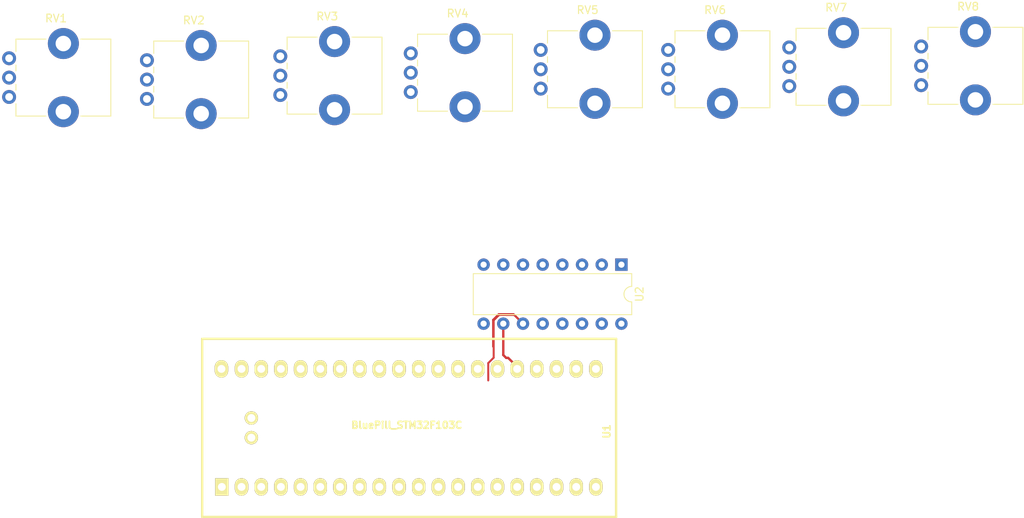
<source format=kicad_pcb>
(kicad_pcb (version 20171130) (host pcbnew 5.0.2+dfsg1-1~bpo9+1)

  (general
    (thickness 1.6)
    (drawings 0)
    (tracks 15)
    (zones 0)
    (modules 10)
    (nets 15)
  )

  (page A4)
  (layers
    (0 F.Cu signal)
    (31 B.Cu signal)
    (32 B.Adhes user)
    (33 F.Adhes user)
    (34 B.Paste user)
    (35 F.Paste user)
    (36 B.SilkS user)
    (37 F.SilkS user)
    (38 B.Mask user)
    (39 F.Mask user)
    (40 Dwgs.User user)
    (41 Cmts.User user)
    (42 Eco1.User user)
    (43 Eco2.User user)
    (44 Edge.Cuts user)
    (45 Margin user)
    (46 B.CrtYd user)
    (47 F.CrtYd user)
    (48 B.Fab user)
    (49 F.Fab user)
  )

  (setup
    (last_trace_width 0.25)
    (trace_clearance 0.2)
    (zone_clearance 0.508)
    (zone_45_only no)
    (trace_min 0.2)
    (segment_width 0.2)
    (edge_width 0.15)
    (via_size 0.8)
    (via_drill 0.4)
    (via_min_size 0.4)
    (via_min_drill 0.3)
    (uvia_size 0.3)
    (uvia_drill 0.1)
    (uvias_allowed no)
    (uvia_min_size 0.2)
    (uvia_min_drill 0.1)
    (pcb_text_width 0.3)
    (pcb_text_size 1.5 1.5)
    (mod_edge_width 0.15)
    (mod_text_size 1 1)
    (mod_text_width 0.15)
    (pad_size 1.524 1.524)
    (pad_drill 0.762)
    (pad_to_mask_clearance 0.051)
    (solder_mask_min_width 0.25)
    (aux_axis_origin 0 0)
    (visible_elements FFFFFF7F)
    (pcbplotparams
      (layerselection 0x010fc_ffffffff)
      (usegerberextensions false)
      (usegerberattributes false)
      (usegerberadvancedattributes false)
      (creategerberjobfile false)
      (excludeedgelayer true)
      (linewidth 0.100000)
      (plotframeref false)
      (viasonmask false)
      (mode 1)
      (useauxorigin false)
      (hpglpennumber 1)
      (hpglpenspeed 20)
      (hpglpendiameter 15.000000)
      (psnegative false)
      (psa4output false)
      (plotreference true)
      (plotvalue true)
      (plotinvisibletext false)
      (padsonsilk false)
      (subtractmaskfromsilk false)
      (outputformat 1)
      (mirror false)
      (drillshape 1)
      (scaleselection 1)
      (outputdirectory ""))
  )

  (net 0 "")
  (net 1 "Net-(RV1-Pad3)")
  (net 2 "Net-(U1-Pad22)")
  (net 3 "Net-(U1-Pad23)")
  (net 4 "Net-(U1-Pad24)")
  (net 5 "Net-(U1-Pad25)")
  (net 6 "Net-(RV1-Pad1)")
  (net 7 "Net-(RV1-Pad2)")
  (net 8 "Net-(RV2-Pad2)")
  (net 9 "Net-(RV3-Pad2)")
  (net 10 "Net-(RV4-Pad2)")
  (net 11 "Net-(RV5-Pad2)")
  (net 12 "Net-(RV6-Pad2)")
  (net 13 "Net-(RV7-Pad2)")
  (net 14 "Net-(RV8-Pad2)")

  (net_class Default "Ceci est la Netclass par défaut."
    (clearance 0.2)
    (trace_width 0.25)
    (via_dia 0.8)
    (via_drill 0.4)
    (uvia_dia 0.3)
    (uvia_drill 0.1)
    (add_net "Net-(RV1-Pad1)")
    (add_net "Net-(RV1-Pad2)")
    (add_net "Net-(RV1-Pad3)")
    (add_net "Net-(RV2-Pad2)")
    (add_net "Net-(RV3-Pad2)")
    (add_net "Net-(RV4-Pad2)")
    (add_net "Net-(RV5-Pad2)")
    (add_net "Net-(RV6-Pad2)")
    (add_net "Net-(RV7-Pad2)")
    (add_net "Net-(RV8-Pad2)")
    (add_net "Net-(U1-Pad22)")
    (add_net "Net-(U1-Pad23)")
    (add_net "Net-(U1-Pad24)")
    (add_net "Net-(U1-Pad25)")
  )

  (module Potentiometer_THT:Potentiometer_Bourns_PTV09A-1_Single_Vertical (layer F.Cu) (tedit 5A3D4993) (tstamp 5D0AB9E1)
    (at 44.1325 126.365)
    (descr "Potentiometer, vertical, Bourns PTV09A-1 Single, http://www.bourns.com/docs/Product-Datasheets/ptv09.pdf")
    (tags "Potentiometer vertical Bourns PTV09A-1 Single")
    (path /5CFE60D7)
    (fp_text reference RV1 (at 6.05 -10.15) (layer F.SilkS)
      (effects (font (size 1 1) (thickness 0.15)))
    )
    (fp_text value R_POT (at 6.05 5.15) (layer F.Fab)
      (effects (font (size 1 1) (thickness 0.15)))
    )
    (fp_circle (center 7.5 -2.5) (end 10.5 -2.5) (layer F.Fab) (width 0.1))
    (fp_line (start 1 -7.35) (end 1 2.35) (layer F.Fab) (width 0.1))
    (fp_line (start 1 2.35) (end 13 2.35) (layer F.Fab) (width 0.1))
    (fp_line (start 13 2.35) (end 13 -7.35) (layer F.Fab) (width 0.1))
    (fp_line (start 13 -7.35) (end 1 -7.35) (layer F.Fab) (width 0.1))
    (fp_line (start 0.88 -7.47) (end 4.745 -7.47) (layer F.SilkS) (width 0.12))
    (fp_line (start 9.255 -7.47) (end 13.12 -7.47) (layer F.SilkS) (width 0.12))
    (fp_line (start 0.88 2.47) (end 4.745 2.47) (layer F.SilkS) (width 0.12))
    (fp_line (start 9.255 2.47) (end 13.12 2.47) (layer F.SilkS) (width 0.12))
    (fp_line (start 0.88 -7.47) (end 0.88 -5.871) (layer F.SilkS) (width 0.12))
    (fp_line (start 0.88 -4.129) (end 0.88 -3.37) (layer F.SilkS) (width 0.12))
    (fp_line (start 0.88 -1.629) (end 0.88 -0.87) (layer F.SilkS) (width 0.12))
    (fp_line (start 0.88 0.87) (end 0.88 2.47) (layer F.SilkS) (width 0.12))
    (fp_line (start 13.12 -7.47) (end 13.12 2.47) (layer F.SilkS) (width 0.12))
    (fp_line (start -1.15 -9.15) (end -1.15 4.15) (layer F.CrtYd) (width 0.05))
    (fp_line (start -1.15 4.15) (end 13.25 4.15) (layer F.CrtYd) (width 0.05))
    (fp_line (start 13.25 4.15) (end 13.25 -9.15) (layer F.CrtYd) (width 0.05))
    (fp_line (start 13.25 -9.15) (end -1.15 -9.15) (layer F.CrtYd) (width 0.05))
    (fp_text user %R (at 2 -2.5 90) (layer F.Fab)
      (effects (font (size 1 1) (thickness 0.15)))
    )
    (pad 3 thru_hole circle (at 0 -5) (size 1.8 1.8) (drill 1) (layers *.Cu *.Mask)
      (net 1 "Net-(RV1-Pad3)"))
    (pad 2 thru_hole circle (at 0 -2.5) (size 1.8 1.8) (drill 1) (layers *.Cu *.Mask)
      (net 7 "Net-(RV1-Pad2)"))
    (pad 1 thru_hole circle (at 0 0) (size 1.8 1.8) (drill 1) (layers *.Cu *.Mask)
      (net 6 "Net-(RV1-Pad1)"))
    (pad "" np_thru_hole circle (at 7 -6.9) (size 4 4) (drill 2) (layers *.Cu *.Mask))
    (pad "" np_thru_hole circle (at 7 1.9) (size 4 4) (drill 2) (layers *.Cu *.Mask))
    (model ${KISYS3DMOD}/Potentiometer_THT.3dshapes/Potentiometer_Bourns_PTV09A-1_Single_Vertical.wrl
      (at (xyz 0 0 0))
      (scale (xyz 1 1 1))
      (rotate (xyz 0 0 0))
    )
  )

  (module Potentiometer_THT:Potentiometer_Bourns_PTV09A-1_Single_Vertical (layer F.Cu) (tedit 5A3D4993) (tstamp 5D0AB9FD)
    (at 61.9125 126.619)
    (descr "Potentiometer, vertical, Bourns PTV09A-1 Single, http://www.bourns.com/docs/Product-Datasheets/ptv09.pdf")
    (tags "Potentiometer vertical Bourns PTV09A-1 Single")
    (path /5CFE6174)
    (fp_text reference RV2 (at 6.05 -10.15) (layer F.SilkS)
      (effects (font (size 1 1) (thickness 0.15)))
    )
    (fp_text value R_POT (at 6.05 5.15) (layer F.Fab)
      (effects (font (size 1 1) (thickness 0.15)))
    )
    (fp_text user %R (at 2 -2.5 90) (layer F.Fab)
      (effects (font (size 1 1) (thickness 0.15)))
    )
    (fp_line (start 13.25 -9.15) (end -1.15 -9.15) (layer F.CrtYd) (width 0.05))
    (fp_line (start 13.25 4.15) (end 13.25 -9.15) (layer F.CrtYd) (width 0.05))
    (fp_line (start -1.15 4.15) (end 13.25 4.15) (layer F.CrtYd) (width 0.05))
    (fp_line (start -1.15 -9.15) (end -1.15 4.15) (layer F.CrtYd) (width 0.05))
    (fp_line (start 13.12 -7.47) (end 13.12 2.47) (layer F.SilkS) (width 0.12))
    (fp_line (start 0.88 0.87) (end 0.88 2.47) (layer F.SilkS) (width 0.12))
    (fp_line (start 0.88 -1.629) (end 0.88 -0.87) (layer F.SilkS) (width 0.12))
    (fp_line (start 0.88 -4.129) (end 0.88 -3.37) (layer F.SilkS) (width 0.12))
    (fp_line (start 0.88 -7.47) (end 0.88 -5.871) (layer F.SilkS) (width 0.12))
    (fp_line (start 9.255 2.47) (end 13.12 2.47) (layer F.SilkS) (width 0.12))
    (fp_line (start 0.88 2.47) (end 4.745 2.47) (layer F.SilkS) (width 0.12))
    (fp_line (start 9.255 -7.47) (end 13.12 -7.47) (layer F.SilkS) (width 0.12))
    (fp_line (start 0.88 -7.47) (end 4.745 -7.47) (layer F.SilkS) (width 0.12))
    (fp_line (start 13 -7.35) (end 1 -7.35) (layer F.Fab) (width 0.1))
    (fp_line (start 13 2.35) (end 13 -7.35) (layer F.Fab) (width 0.1))
    (fp_line (start 1 2.35) (end 13 2.35) (layer F.Fab) (width 0.1))
    (fp_line (start 1 -7.35) (end 1 2.35) (layer F.Fab) (width 0.1))
    (fp_circle (center 7.5 -2.5) (end 10.5 -2.5) (layer F.Fab) (width 0.1))
    (pad "" np_thru_hole circle (at 7 1.9) (size 4 4) (drill 2) (layers *.Cu *.Mask))
    (pad "" np_thru_hole circle (at 7 -6.9) (size 4 4) (drill 2) (layers *.Cu *.Mask))
    (pad 1 thru_hole circle (at 0 0) (size 1.8 1.8) (drill 1) (layers *.Cu *.Mask)
      (net 6 "Net-(RV1-Pad1)"))
    (pad 2 thru_hole circle (at 0 -2.5) (size 1.8 1.8) (drill 1) (layers *.Cu *.Mask)
      (net 8 "Net-(RV2-Pad2)"))
    (pad 3 thru_hole circle (at 0 -5) (size 1.8 1.8) (drill 1) (layers *.Cu *.Mask)
      (net 1 "Net-(RV1-Pad3)"))
    (model ${KISYS3DMOD}/Potentiometer_THT.3dshapes/Potentiometer_Bourns_PTV09A-1_Single_Vertical.wrl
      (at (xyz 0 0 0))
      (scale (xyz 1 1 1))
      (rotate (xyz 0 0 0))
    )
  )

  (module Potentiometer_THT:Potentiometer_Bourns_PTV09A-1_Single_Vertical (layer F.Cu) (tedit 5A3D4993) (tstamp 5D0ABA19)
    (at 79.121 126.111)
    (descr "Potentiometer, vertical, Bourns PTV09A-1 Single, http://www.bourns.com/docs/Product-Datasheets/ptv09.pdf")
    (tags "Potentiometer vertical Bourns PTV09A-1 Single")
    (path /5CFE61D2)
    (fp_text reference RV3 (at 6.05 -10.15) (layer F.SilkS)
      (effects (font (size 1 1) (thickness 0.15)))
    )
    (fp_text value R_POT (at 6.05 5.15) (layer F.Fab)
      (effects (font (size 1 1) (thickness 0.15)))
    )
    (fp_circle (center 7.5 -2.5) (end 10.5 -2.5) (layer F.Fab) (width 0.1))
    (fp_line (start 1 -7.35) (end 1 2.35) (layer F.Fab) (width 0.1))
    (fp_line (start 1 2.35) (end 13 2.35) (layer F.Fab) (width 0.1))
    (fp_line (start 13 2.35) (end 13 -7.35) (layer F.Fab) (width 0.1))
    (fp_line (start 13 -7.35) (end 1 -7.35) (layer F.Fab) (width 0.1))
    (fp_line (start 0.88 -7.47) (end 4.745 -7.47) (layer F.SilkS) (width 0.12))
    (fp_line (start 9.255 -7.47) (end 13.12 -7.47) (layer F.SilkS) (width 0.12))
    (fp_line (start 0.88 2.47) (end 4.745 2.47) (layer F.SilkS) (width 0.12))
    (fp_line (start 9.255 2.47) (end 13.12 2.47) (layer F.SilkS) (width 0.12))
    (fp_line (start 0.88 -7.47) (end 0.88 -5.871) (layer F.SilkS) (width 0.12))
    (fp_line (start 0.88 -4.129) (end 0.88 -3.37) (layer F.SilkS) (width 0.12))
    (fp_line (start 0.88 -1.629) (end 0.88 -0.87) (layer F.SilkS) (width 0.12))
    (fp_line (start 0.88 0.87) (end 0.88 2.47) (layer F.SilkS) (width 0.12))
    (fp_line (start 13.12 -7.47) (end 13.12 2.47) (layer F.SilkS) (width 0.12))
    (fp_line (start -1.15 -9.15) (end -1.15 4.15) (layer F.CrtYd) (width 0.05))
    (fp_line (start -1.15 4.15) (end 13.25 4.15) (layer F.CrtYd) (width 0.05))
    (fp_line (start 13.25 4.15) (end 13.25 -9.15) (layer F.CrtYd) (width 0.05))
    (fp_line (start 13.25 -9.15) (end -1.15 -9.15) (layer F.CrtYd) (width 0.05))
    (fp_text user %R (at 2 -2.5 90) (layer F.Fab)
      (effects (font (size 1 1) (thickness 0.15)))
    )
    (pad 3 thru_hole circle (at 0 -5) (size 1.8 1.8) (drill 1) (layers *.Cu *.Mask)
      (net 1 "Net-(RV1-Pad3)"))
    (pad 2 thru_hole circle (at 0 -2.5) (size 1.8 1.8) (drill 1) (layers *.Cu *.Mask)
      (net 9 "Net-(RV3-Pad2)"))
    (pad 1 thru_hole circle (at 0 0) (size 1.8 1.8) (drill 1) (layers *.Cu *.Mask)
      (net 6 "Net-(RV1-Pad1)"))
    (pad "" np_thru_hole circle (at 7 -6.9) (size 4 4) (drill 2) (layers *.Cu *.Mask))
    (pad "" np_thru_hole circle (at 7 1.9) (size 4 4) (drill 2) (layers *.Cu *.Mask))
    (model ${KISYS3DMOD}/Potentiometer_THT.3dshapes/Potentiometer_Bourns_PTV09A-1_Single_Vertical.wrl
      (at (xyz 0 0 0))
      (scale (xyz 1 1 1))
      (rotate (xyz 0 0 0))
    )
  )

  (module Potentiometer_THT:Potentiometer_Bourns_PTV09A-1_Single_Vertical (layer F.Cu) (tedit 5A3D4993) (tstamp 5D0ABA35)
    (at 95.9485 125.73)
    (descr "Potentiometer, vertical, Bourns PTV09A-1 Single, http://www.bourns.com/docs/Product-Datasheets/ptv09.pdf")
    (tags "Potentiometer vertical Bourns PTV09A-1 Single")
    (path /5CFE620B)
    (fp_text reference RV4 (at 6.05 -10.15) (layer F.SilkS)
      (effects (font (size 1 1) (thickness 0.15)))
    )
    (fp_text value R_POT (at 6.05 5.15) (layer F.Fab)
      (effects (font (size 1 1) (thickness 0.15)))
    )
    (fp_text user %R (at 2 -2.5 90) (layer F.Fab)
      (effects (font (size 1 1) (thickness 0.15)))
    )
    (fp_line (start 13.25 -9.15) (end -1.15 -9.15) (layer F.CrtYd) (width 0.05))
    (fp_line (start 13.25 4.15) (end 13.25 -9.15) (layer F.CrtYd) (width 0.05))
    (fp_line (start -1.15 4.15) (end 13.25 4.15) (layer F.CrtYd) (width 0.05))
    (fp_line (start -1.15 -9.15) (end -1.15 4.15) (layer F.CrtYd) (width 0.05))
    (fp_line (start 13.12 -7.47) (end 13.12 2.47) (layer F.SilkS) (width 0.12))
    (fp_line (start 0.88 0.87) (end 0.88 2.47) (layer F.SilkS) (width 0.12))
    (fp_line (start 0.88 -1.629) (end 0.88 -0.87) (layer F.SilkS) (width 0.12))
    (fp_line (start 0.88 -4.129) (end 0.88 -3.37) (layer F.SilkS) (width 0.12))
    (fp_line (start 0.88 -7.47) (end 0.88 -5.871) (layer F.SilkS) (width 0.12))
    (fp_line (start 9.255 2.47) (end 13.12 2.47) (layer F.SilkS) (width 0.12))
    (fp_line (start 0.88 2.47) (end 4.745 2.47) (layer F.SilkS) (width 0.12))
    (fp_line (start 9.255 -7.47) (end 13.12 -7.47) (layer F.SilkS) (width 0.12))
    (fp_line (start 0.88 -7.47) (end 4.745 -7.47) (layer F.SilkS) (width 0.12))
    (fp_line (start 13 -7.35) (end 1 -7.35) (layer F.Fab) (width 0.1))
    (fp_line (start 13 2.35) (end 13 -7.35) (layer F.Fab) (width 0.1))
    (fp_line (start 1 2.35) (end 13 2.35) (layer F.Fab) (width 0.1))
    (fp_line (start 1 -7.35) (end 1 2.35) (layer F.Fab) (width 0.1))
    (fp_circle (center 7.5 -2.5) (end 10.5 -2.5) (layer F.Fab) (width 0.1))
    (pad "" np_thru_hole circle (at 7 1.9) (size 4 4) (drill 2) (layers *.Cu *.Mask))
    (pad "" np_thru_hole circle (at 7 -6.9) (size 4 4) (drill 2) (layers *.Cu *.Mask))
    (pad 1 thru_hole circle (at 0 0) (size 1.8 1.8) (drill 1) (layers *.Cu *.Mask)
      (net 6 "Net-(RV1-Pad1)"))
    (pad 2 thru_hole circle (at 0 -2.5) (size 1.8 1.8) (drill 1) (layers *.Cu *.Mask)
      (net 10 "Net-(RV4-Pad2)"))
    (pad 3 thru_hole circle (at 0 -5) (size 1.8 1.8) (drill 1) (layers *.Cu *.Mask)
      (net 1 "Net-(RV1-Pad3)"))
    (model ${KISYS3DMOD}/Potentiometer_THT.3dshapes/Potentiometer_Bourns_PTV09A-1_Single_Vertical.wrl
      (at (xyz 0 0 0))
      (scale (xyz 1 1 1))
      (rotate (xyz 0 0 0))
    )
  )

  (module Potentiometer_THT:Potentiometer_Bourns_PTV09A-1_Single_Vertical (layer F.Cu) (tedit 5A3D4993) (tstamp 5D0ABA51)
    (at 112.712 125.286)
    (descr "Potentiometer, vertical, Bourns PTV09A-1 Single, http://www.bourns.com/docs/Product-Datasheets/ptv09.pdf")
    (tags "Potentiometer vertical Bourns PTV09A-1 Single")
    (path /5CFE6247)
    (fp_text reference RV5 (at 6.05 -10.15) (layer F.SilkS)
      (effects (font (size 1 1) (thickness 0.15)))
    )
    (fp_text value R_POT (at 6.05 5.15) (layer F.Fab)
      (effects (font (size 1 1) (thickness 0.15)))
    )
    (fp_circle (center 7.5 -2.5) (end 10.5 -2.5) (layer F.Fab) (width 0.1))
    (fp_line (start 1 -7.35) (end 1 2.35) (layer F.Fab) (width 0.1))
    (fp_line (start 1 2.35) (end 13 2.35) (layer F.Fab) (width 0.1))
    (fp_line (start 13 2.35) (end 13 -7.35) (layer F.Fab) (width 0.1))
    (fp_line (start 13 -7.35) (end 1 -7.35) (layer F.Fab) (width 0.1))
    (fp_line (start 0.88 -7.47) (end 4.745 -7.47) (layer F.SilkS) (width 0.12))
    (fp_line (start 9.255 -7.47) (end 13.12 -7.47) (layer F.SilkS) (width 0.12))
    (fp_line (start 0.88 2.47) (end 4.745 2.47) (layer F.SilkS) (width 0.12))
    (fp_line (start 9.255 2.47) (end 13.12 2.47) (layer F.SilkS) (width 0.12))
    (fp_line (start 0.88 -7.47) (end 0.88 -5.871) (layer F.SilkS) (width 0.12))
    (fp_line (start 0.88 -4.129) (end 0.88 -3.37) (layer F.SilkS) (width 0.12))
    (fp_line (start 0.88 -1.629) (end 0.88 -0.87) (layer F.SilkS) (width 0.12))
    (fp_line (start 0.88 0.87) (end 0.88 2.47) (layer F.SilkS) (width 0.12))
    (fp_line (start 13.12 -7.47) (end 13.12 2.47) (layer F.SilkS) (width 0.12))
    (fp_line (start -1.15 -9.15) (end -1.15 4.15) (layer F.CrtYd) (width 0.05))
    (fp_line (start -1.15 4.15) (end 13.25 4.15) (layer F.CrtYd) (width 0.05))
    (fp_line (start 13.25 4.15) (end 13.25 -9.15) (layer F.CrtYd) (width 0.05))
    (fp_line (start 13.25 -9.15) (end -1.15 -9.15) (layer F.CrtYd) (width 0.05))
    (fp_text user %R (at 2 -2.5 90) (layer F.Fab)
      (effects (font (size 1 1) (thickness 0.15)))
    )
    (pad 3 thru_hole circle (at 0 -5) (size 1.8 1.8) (drill 1) (layers *.Cu *.Mask)
      (net 1 "Net-(RV1-Pad3)"))
    (pad 2 thru_hole circle (at 0 -2.5) (size 1.8 1.8) (drill 1) (layers *.Cu *.Mask)
      (net 11 "Net-(RV5-Pad2)"))
    (pad 1 thru_hole circle (at 0 0) (size 1.8 1.8) (drill 1) (layers *.Cu *.Mask)
      (net 6 "Net-(RV1-Pad1)"))
    (pad "" np_thru_hole circle (at 7 -6.9) (size 4 4) (drill 2) (layers *.Cu *.Mask))
    (pad "" np_thru_hole circle (at 7 1.9) (size 4 4) (drill 2) (layers *.Cu *.Mask))
    (model ${KISYS3DMOD}/Potentiometer_THT.3dshapes/Potentiometer_Bourns_PTV09A-1_Single_Vertical.wrl
      (at (xyz 0 0 0))
      (scale (xyz 1 1 1))
      (rotate (xyz 0 0 0))
    )
  )

  (module Potentiometer_THT:Potentiometer_Bourns_PTV09A-1_Single_Vertical (layer F.Cu) (tedit 5A3D4993) (tstamp 5D0ABA6D)
    (at 129.159 125.286)
    (descr "Potentiometer, vertical, Bourns PTV09A-1 Single, http://www.bourns.com/docs/Product-Datasheets/ptv09.pdf")
    (tags "Potentiometer vertical Bourns PTV09A-1 Single")
    (path /5CFE6288)
    (fp_text reference RV6 (at 6.05 -10.15) (layer F.SilkS)
      (effects (font (size 1 1) (thickness 0.15)))
    )
    (fp_text value R_POT (at 6.05 5.15) (layer F.Fab)
      (effects (font (size 1 1) (thickness 0.15)))
    )
    (fp_text user %R (at 2 -2.5 90) (layer F.Fab)
      (effects (font (size 1 1) (thickness 0.15)))
    )
    (fp_line (start 13.25 -9.15) (end -1.15 -9.15) (layer F.CrtYd) (width 0.05))
    (fp_line (start 13.25 4.15) (end 13.25 -9.15) (layer F.CrtYd) (width 0.05))
    (fp_line (start -1.15 4.15) (end 13.25 4.15) (layer F.CrtYd) (width 0.05))
    (fp_line (start -1.15 -9.15) (end -1.15 4.15) (layer F.CrtYd) (width 0.05))
    (fp_line (start 13.12 -7.47) (end 13.12 2.47) (layer F.SilkS) (width 0.12))
    (fp_line (start 0.88 0.87) (end 0.88 2.47) (layer F.SilkS) (width 0.12))
    (fp_line (start 0.88 -1.629) (end 0.88 -0.87) (layer F.SilkS) (width 0.12))
    (fp_line (start 0.88 -4.129) (end 0.88 -3.37) (layer F.SilkS) (width 0.12))
    (fp_line (start 0.88 -7.47) (end 0.88 -5.871) (layer F.SilkS) (width 0.12))
    (fp_line (start 9.255 2.47) (end 13.12 2.47) (layer F.SilkS) (width 0.12))
    (fp_line (start 0.88 2.47) (end 4.745 2.47) (layer F.SilkS) (width 0.12))
    (fp_line (start 9.255 -7.47) (end 13.12 -7.47) (layer F.SilkS) (width 0.12))
    (fp_line (start 0.88 -7.47) (end 4.745 -7.47) (layer F.SilkS) (width 0.12))
    (fp_line (start 13 -7.35) (end 1 -7.35) (layer F.Fab) (width 0.1))
    (fp_line (start 13 2.35) (end 13 -7.35) (layer F.Fab) (width 0.1))
    (fp_line (start 1 2.35) (end 13 2.35) (layer F.Fab) (width 0.1))
    (fp_line (start 1 -7.35) (end 1 2.35) (layer F.Fab) (width 0.1))
    (fp_circle (center 7.5 -2.5) (end 10.5 -2.5) (layer F.Fab) (width 0.1))
    (pad "" np_thru_hole circle (at 7 1.9) (size 4 4) (drill 2) (layers *.Cu *.Mask))
    (pad "" np_thru_hole circle (at 7 -6.9) (size 4 4) (drill 2) (layers *.Cu *.Mask))
    (pad 1 thru_hole circle (at 0 0) (size 1.8 1.8) (drill 1) (layers *.Cu *.Mask)
      (net 6 "Net-(RV1-Pad1)"))
    (pad 2 thru_hole circle (at 0 -2.5) (size 1.8 1.8) (drill 1) (layers *.Cu *.Mask)
      (net 12 "Net-(RV6-Pad2)"))
    (pad 3 thru_hole circle (at 0 -5) (size 1.8 1.8) (drill 1) (layers *.Cu *.Mask)
      (net 1 "Net-(RV1-Pad3)"))
    (model ${KISYS3DMOD}/Potentiometer_THT.3dshapes/Potentiometer_Bourns_PTV09A-1_Single_Vertical.wrl
      (at (xyz 0 0 0))
      (scale (xyz 1 1 1))
      (rotate (xyz 0 0 0))
    )
  )

  (module Potentiometer_THT:Potentiometer_Bourns_PTV09A-1_Single_Vertical (layer F.Cu) (tedit 5A3D4993) (tstamp 5D0ABA89)
    (at 144.78 124.968)
    (descr "Potentiometer, vertical, Bourns PTV09A-1 Single, http://www.bourns.com/docs/Product-Datasheets/ptv09.pdf")
    (tags "Potentiometer vertical Bourns PTV09A-1 Single")
    (path /5CFE62CA)
    (fp_text reference RV7 (at 6.05 -10.15) (layer F.SilkS)
      (effects (font (size 1 1) (thickness 0.15)))
    )
    (fp_text value R_POT (at 6.05 5.15) (layer F.Fab)
      (effects (font (size 1 1) (thickness 0.15)))
    )
    (fp_circle (center 7.5 -2.5) (end 10.5 -2.5) (layer F.Fab) (width 0.1))
    (fp_line (start 1 -7.35) (end 1 2.35) (layer F.Fab) (width 0.1))
    (fp_line (start 1 2.35) (end 13 2.35) (layer F.Fab) (width 0.1))
    (fp_line (start 13 2.35) (end 13 -7.35) (layer F.Fab) (width 0.1))
    (fp_line (start 13 -7.35) (end 1 -7.35) (layer F.Fab) (width 0.1))
    (fp_line (start 0.88 -7.47) (end 4.745 -7.47) (layer F.SilkS) (width 0.12))
    (fp_line (start 9.255 -7.47) (end 13.12 -7.47) (layer F.SilkS) (width 0.12))
    (fp_line (start 0.88 2.47) (end 4.745 2.47) (layer F.SilkS) (width 0.12))
    (fp_line (start 9.255 2.47) (end 13.12 2.47) (layer F.SilkS) (width 0.12))
    (fp_line (start 0.88 -7.47) (end 0.88 -5.871) (layer F.SilkS) (width 0.12))
    (fp_line (start 0.88 -4.129) (end 0.88 -3.37) (layer F.SilkS) (width 0.12))
    (fp_line (start 0.88 -1.629) (end 0.88 -0.87) (layer F.SilkS) (width 0.12))
    (fp_line (start 0.88 0.87) (end 0.88 2.47) (layer F.SilkS) (width 0.12))
    (fp_line (start 13.12 -7.47) (end 13.12 2.47) (layer F.SilkS) (width 0.12))
    (fp_line (start -1.15 -9.15) (end -1.15 4.15) (layer F.CrtYd) (width 0.05))
    (fp_line (start -1.15 4.15) (end 13.25 4.15) (layer F.CrtYd) (width 0.05))
    (fp_line (start 13.25 4.15) (end 13.25 -9.15) (layer F.CrtYd) (width 0.05))
    (fp_line (start 13.25 -9.15) (end -1.15 -9.15) (layer F.CrtYd) (width 0.05))
    (fp_text user %R (at 2 -2.5 90) (layer F.Fab)
      (effects (font (size 1 1) (thickness 0.15)))
    )
    (pad 3 thru_hole circle (at 0 -5) (size 1.8 1.8) (drill 1) (layers *.Cu *.Mask)
      (net 1 "Net-(RV1-Pad3)"))
    (pad 2 thru_hole circle (at 0 -2.5) (size 1.8 1.8) (drill 1) (layers *.Cu *.Mask)
      (net 13 "Net-(RV7-Pad2)"))
    (pad 1 thru_hole circle (at 0 0) (size 1.8 1.8) (drill 1) (layers *.Cu *.Mask)
      (net 6 "Net-(RV1-Pad1)"))
    (pad "" np_thru_hole circle (at 7 -6.9) (size 4 4) (drill 2) (layers *.Cu *.Mask))
    (pad "" np_thru_hole circle (at 7 1.9) (size 4 4) (drill 2) (layers *.Cu *.Mask))
    (model ${KISYS3DMOD}/Potentiometer_THT.3dshapes/Potentiometer_Bourns_PTV09A-1_Single_Vertical.wrl
      (at (xyz 0 0 0))
      (scale (xyz 1 1 1))
      (rotate (xyz 0 0 0))
    )
  )

  (module Potentiometer_THT:Potentiometer_Bourns_PTV09A-1_Single_Vertical (layer F.Cu) (tedit 5A3D4993) (tstamp 5D0ABAA5)
    (at 161.798 124.841)
    (descr "Potentiometer, vertical, Bourns PTV09A-1 Single, http://www.bourns.com/docs/Product-Datasheets/ptv09.pdf")
    (tags "Potentiometer vertical Bourns PTV09A-1 Single")
    (path /5CFE630D)
    (fp_text reference RV8 (at 6.05 -10.15) (layer F.SilkS)
      (effects (font (size 1 1) (thickness 0.15)))
    )
    (fp_text value R_POT (at 6.05 5.15) (layer F.Fab)
      (effects (font (size 1 1) (thickness 0.15)))
    )
    (fp_text user %R (at 2 -2.5 90) (layer F.Fab)
      (effects (font (size 1 1) (thickness 0.15)))
    )
    (fp_line (start 13.25 -9.15) (end -1.15 -9.15) (layer F.CrtYd) (width 0.05))
    (fp_line (start 13.25 4.15) (end 13.25 -9.15) (layer F.CrtYd) (width 0.05))
    (fp_line (start -1.15 4.15) (end 13.25 4.15) (layer F.CrtYd) (width 0.05))
    (fp_line (start -1.15 -9.15) (end -1.15 4.15) (layer F.CrtYd) (width 0.05))
    (fp_line (start 13.12 -7.47) (end 13.12 2.47) (layer F.SilkS) (width 0.12))
    (fp_line (start 0.88 0.87) (end 0.88 2.47) (layer F.SilkS) (width 0.12))
    (fp_line (start 0.88 -1.629) (end 0.88 -0.87) (layer F.SilkS) (width 0.12))
    (fp_line (start 0.88 -4.129) (end 0.88 -3.37) (layer F.SilkS) (width 0.12))
    (fp_line (start 0.88 -7.47) (end 0.88 -5.871) (layer F.SilkS) (width 0.12))
    (fp_line (start 9.255 2.47) (end 13.12 2.47) (layer F.SilkS) (width 0.12))
    (fp_line (start 0.88 2.47) (end 4.745 2.47) (layer F.SilkS) (width 0.12))
    (fp_line (start 9.255 -7.47) (end 13.12 -7.47) (layer F.SilkS) (width 0.12))
    (fp_line (start 0.88 -7.47) (end 4.745 -7.47) (layer F.SilkS) (width 0.12))
    (fp_line (start 13 -7.35) (end 1 -7.35) (layer F.Fab) (width 0.1))
    (fp_line (start 13 2.35) (end 13 -7.35) (layer F.Fab) (width 0.1))
    (fp_line (start 1 2.35) (end 13 2.35) (layer F.Fab) (width 0.1))
    (fp_line (start 1 -7.35) (end 1 2.35) (layer F.Fab) (width 0.1))
    (fp_circle (center 7.5 -2.5) (end 10.5 -2.5) (layer F.Fab) (width 0.1))
    (pad "" np_thru_hole circle (at 7 1.9) (size 4 4) (drill 2) (layers *.Cu *.Mask))
    (pad "" np_thru_hole circle (at 7 -6.9) (size 4 4) (drill 2) (layers *.Cu *.Mask))
    (pad 1 thru_hole circle (at 0 0) (size 1.8 1.8) (drill 1) (layers *.Cu *.Mask)
      (net 6 "Net-(RV1-Pad1)"))
    (pad 2 thru_hole circle (at 0 -2.5) (size 1.8 1.8) (drill 1) (layers *.Cu *.Mask)
      (net 14 "Net-(RV8-Pad2)"))
    (pad 3 thru_hole circle (at 0 -5) (size 1.8 1.8) (drill 1) (layers *.Cu *.Mask)
      (net 1 "Net-(RV1-Pad3)"))
    (model ${KISYS3DMOD}/Potentiometer_THT.3dshapes/Potentiometer_Bourns_PTV09A-1_Single_Vertical.wrl
      (at (xyz 0 0 0))
      (scale (xyz 1 1 1))
      (rotate (xyz 0 0 0))
    )
  )

  (module BluePill_breakouts:BluePill_STM32F103C (layer F.Cu) (tedit 59B4EF3F) (tstamp 5D0ABAD7)
    (at 71.628 176.72 90)
    (descr "STM32F103C8 BluePill board")
    (path /5CFE5556)
    (fp_text reference U1 (at 7.1628 49.6062 270) (layer F.SilkS)
      (effects (font (size 0.889 0.889) (thickness 0.3048)))
    )
    (fp_text value BluePill_STM32F103C (at 7.9756 23.7998 180) (layer F.SilkS)
      (effects (font (size 0.889 0.889) (thickness 0.22225)))
    )
    (fp_line (start 19.12 -2.59) (end 19.12 50.81) (layer F.SilkS) (width 0.3048))
    (fp_line (start 19.12 50.81) (end -3.88 50.81) (layer F.SilkS) (width 0.3048))
    (fp_line (start -3.88 50.81) (end -3.88 -2.59) (layer F.SilkS) (width 0.3048))
    (fp_line (start -3.88 -2.59) (end 19.12 -2.59) (layer F.SilkS) (width 0.3048))
    (pad 1 thru_hole rect (at 0 -0.0508) (size 1.7272 2.25) (drill 1.016) (layers *.Cu *.Mask F.SilkS))
    (pad 2 thru_hole oval (at 0 2.4892) (size 1.7272 2.25) (drill 1.016) (layers *.Cu *.Mask F.SilkS))
    (pad 3 thru_hole oval (at 0 5.0292) (size 1.7272 2.25) (drill 1.016) (layers *.Cu *.Mask F.SilkS))
    (pad 4 thru_hole oval (at 0 7.5692) (size 1.7272 2.25) (drill 1.016) (layers *.Cu *.Mask F.SilkS))
    (pad 5 thru_hole oval (at 0 10.1092) (size 1.7272 2.25) (drill 1.016) (layers *.Cu *.Mask F.SilkS))
    (pad 6 thru_hole oval (at 0 12.6492) (size 1.7272 2.25) (drill 1.016) (layers *.Cu *.Mask F.SilkS))
    (pad 7 thru_hole oval (at 0 15.1892) (size 1.7272 2.25) (drill 1.016) (layers *.Cu *.Mask F.SilkS))
    (pad 8 thru_hole oval (at 0 17.7292) (size 1.7272 2.25) (drill 1.016) (layers *.Cu *.Mask F.SilkS))
    (pad 9 thru_hole oval (at 0 20.2692) (size 1.7272 2.25) (drill 1.016) (layers *.Cu *.Mask F.SilkS))
    (pad 10 thru_hole oval (at 0 22.8092) (size 1.7272 2.25) (drill 1.016) (layers *.Cu *.Mask F.SilkS))
    (pad 11 thru_hole oval (at 0 25.3492) (size 1.7272 2.25) (drill 1.016) (layers *.Cu *.Mask F.SilkS))
    (pad 12 thru_hole oval (at 0 27.8892) (size 1.7272 2.25) (drill 1.016) (layers *.Cu *.Mask F.SilkS))
    (pad 13 thru_hole oval (at 0 30.4292) (size 1.7272 2.25) (drill 1.016) (layers *.Cu *.Mask F.SilkS))
    (pad 14 thru_hole oval (at 0 32.9692) (size 1.7272 2.25) (drill 1.016) (layers *.Cu *.Mask F.SilkS))
    (pad 15 thru_hole oval (at 0 35.5092) (size 1.7272 2.25) (drill 1.016) (layers *.Cu *.Mask F.SilkS))
    (pad 16 thru_hole oval (at 0 38.0492) (size 1.7272 2.25) (drill 1.016) (layers *.Cu *.Mask F.SilkS))
    (pad 17 thru_hole oval (at 0 40.5892) (size 1.7272 2.25) (drill 1.016) (layers *.Cu *.Mask F.SilkS))
    (pad 18 thru_hole oval (at 0 43.1292) (size 1.7272 2.25) (drill 1.016) (layers *.Cu *.Mask F.SilkS))
    (pad 19 thru_hole oval (at 0 45.6692) (size 1.7272 2.25) (drill 1.016) (layers *.Cu *.Mask F.SilkS))
    (pad 20 thru_hole oval (at 0 48.2092) (size 1.7272 2.25) (drill 1.016) (layers *.Cu *.Mask F.SilkS)
      (net 1 "Net-(RV1-Pad3)"))
    (pad 21 thru_hole oval (at 15.24 48.2092 180) (size 1.7272 2.25) (drill 1.016) (layers *.Cu *.Mask F.SilkS))
    (pad 22 thru_hole oval (at 15.24 45.6692 180) (size 1.7272 2.25) (drill 1.016) (layers *.Cu *.Mask F.SilkS)
      (net 2 "Net-(U1-Pad22)"))
    (pad 23 thru_hole oval (at 15.24 43.1292 180) (size 1.7272 2.25) (drill 1.016) (layers *.Cu *.Mask F.SilkS)
      (net 3 "Net-(U1-Pad23)"))
    (pad 24 thru_hole oval (at 15.24 40.5892 180) (size 1.7272 2.25) (drill 1.016) (layers *.Cu *.Mask F.SilkS)
      (net 4 "Net-(U1-Pad24)"))
    (pad 25 thru_hole oval (at 15.24 38.0492 180) (size 1.7272 2.25) (drill 1.016) (layers *.Cu *.Mask F.SilkS)
      (net 5 "Net-(U1-Pad25)"))
    (pad 26 thru_hole oval (at 15.24 35.5092 180) (size 1.7272 2.25) (drill 1.016) (layers *.Cu *.Mask F.SilkS))
    (pad 27 thru_hole oval (at 15.24 32.9692 180) (size 1.7272 2.25) (drill 1.016) (layers *.Cu *.Mask F.SilkS))
    (pad 28 thru_hole oval (at 15.24 30.4292 180) (size 1.7272 2.25) (drill 1.016) (layers *.Cu *.Mask F.SilkS))
    (pad 29 thru_hole oval (at 15.24 27.8892 180) (size 1.7272 2.25) (drill 1.016) (layers *.Cu *.Mask F.SilkS))
    (pad 30 thru_hole oval (at 15.24 25.3492 180) (size 1.7272 2.25) (drill 1.016) (layers *.Cu *.Mask F.SilkS))
    (pad 31 thru_hole oval (at 15.24 22.8092 180) (size 1.7272 2.25) (drill 1.016) (layers *.Cu *.Mask F.SilkS))
    (pad 32 thru_hole oval (at 15.24 20.2692 180) (size 1.7272 2.25) (drill 1.016) (layers *.Cu *.Mask F.SilkS))
    (pad 33 thru_hole oval (at 15.24 17.7292 180) (size 1.7272 2.25) (drill 1.016) (layers *.Cu *.Mask F.SilkS))
    (pad 34 thru_hole oval (at 15.24 15.1892 180) (size 1.7272 2.25) (drill 1.016) (layers *.Cu *.Mask F.SilkS))
    (pad 35 thru_hole oval (at 15.24 12.6492 180) (size 1.7272 2.25) (drill 1.016) (layers *.Cu *.Mask F.SilkS))
    (pad 36 thru_hole oval (at 15.24 10.1092 180) (size 1.7272 2.25) (drill 1.016) (layers *.Cu *.Mask F.SilkS))
    (pad 37 thru_hole oval (at 15.24 7.5692 180) (size 1.7272 2.25) (drill 1.016) (layers *.Cu *.Mask F.SilkS))
    (pad 38 thru_hole oval (at 15.24 5.0292 180) (size 1.7272 2.25) (drill 1.016) (layers *.Cu *.Mask F.SilkS))
    (pad 39 thru_hole oval (at 15.24 2.4892 180) (size 1.7272 2.25) (drill 1.016) (layers *.Cu *.Mask F.SilkS))
    (pad 40 thru_hole oval (at 15.24 -0.1016 180) (size 1.7272 2.25) (drill 1.016) (layers *.Cu *.Mask F.SilkS)
      (net 6 "Net-(RV1-Pad1)"))
    (pad 41 thru_hole oval (at 8.9 3.7592 180) (size 1.7272 1.7272) (drill 1.016) (layers *.Cu *.Mask F.SilkS))
    (pad 42 thru_hole oval (at 6.36 3.7592 180) (size 1.7272 1.7272) (drill 1.016) (layers *.Cu *.Mask F.SilkS))
  )

  (module Package_DIP:DIP-16_W7.62mm (layer F.Cu) (tedit 5A02E8C5) (tstamp 5D0ABAFB)
    (at 123.126 148.018 270)
    (descr "16-lead though-hole mounted DIP package, row spacing 7.62 mm (300 mils)")
    (tags "THT DIP DIL PDIP 2.54mm 7.62mm 300mil")
    (path /5CFE5691)
    (fp_text reference U2 (at 3.81 -2.33 270) (layer F.SilkS)
      (effects (font (size 1 1) (thickness 0.15)))
    )
    (fp_text value MCP3008 (at 3.81 20.11 270) (layer F.Fab)
      (effects (font (size 1 1) (thickness 0.15)))
    )
    (fp_arc (start 3.81 -1.33) (end 2.81 -1.33) (angle -180) (layer F.SilkS) (width 0.12))
    (fp_line (start 1.635 -1.27) (end 6.985 -1.27) (layer F.Fab) (width 0.1))
    (fp_line (start 6.985 -1.27) (end 6.985 19.05) (layer F.Fab) (width 0.1))
    (fp_line (start 6.985 19.05) (end 0.635 19.05) (layer F.Fab) (width 0.1))
    (fp_line (start 0.635 19.05) (end 0.635 -0.27) (layer F.Fab) (width 0.1))
    (fp_line (start 0.635 -0.27) (end 1.635 -1.27) (layer F.Fab) (width 0.1))
    (fp_line (start 2.81 -1.33) (end 1.16 -1.33) (layer F.SilkS) (width 0.12))
    (fp_line (start 1.16 -1.33) (end 1.16 19.11) (layer F.SilkS) (width 0.12))
    (fp_line (start 1.16 19.11) (end 6.46 19.11) (layer F.SilkS) (width 0.12))
    (fp_line (start 6.46 19.11) (end 6.46 -1.33) (layer F.SilkS) (width 0.12))
    (fp_line (start 6.46 -1.33) (end 4.81 -1.33) (layer F.SilkS) (width 0.12))
    (fp_line (start -1.1 -1.55) (end -1.1 19.3) (layer F.CrtYd) (width 0.05))
    (fp_line (start -1.1 19.3) (end 8.7 19.3) (layer F.CrtYd) (width 0.05))
    (fp_line (start 8.7 19.3) (end 8.7 -1.55) (layer F.CrtYd) (width 0.05))
    (fp_line (start 8.7 -1.55) (end -1.1 -1.55) (layer F.CrtYd) (width 0.05))
    (fp_text user %R (at 3.81 8.89 270) (layer F.Fab)
      (effects (font (size 1 1) (thickness 0.15)))
    )
    (pad 1 thru_hole rect (at 0 0 270) (size 1.6 1.6) (drill 0.8) (layers *.Cu *.Mask)
      (net 14 "Net-(RV8-Pad2)"))
    (pad 9 thru_hole oval (at 7.62 17.78 270) (size 1.6 1.6) (drill 0.8) (layers *.Cu *.Mask)
      (net 1 "Net-(RV1-Pad3)"))
    (pad 2 thru_hole oval (at 0 2.54 270) (size 1.6 1.6) (drill 0.8) (layers *.Cu *.Mask)
      (net 13 "Net-(RV7-Pad2)"))
    (pad 10 thru_hole oval (at 7.62 15.24 270) (size 1.6 1.6) (drill 0.8) (layers *.Cu *.Mask)
      (net 5 "Net-(U1-Pad25)"))
    (pad 3 thru_hole oval (at 0 5.08 270) (size 1.6 1.6) (drill 0.8) (layers *.Cu *.Mask)
      (net 12 "Net-(RV6-Pad2)"))
    (pad 11 thru_hole oval (at 7.62 12.7 270) (size 1.6 1.6) (drill 0.8) (layers *.Cu *.Mask)
      (net 4 "Net-(U1-Pad24)"))
    (pad 4 thru_hole oval (at 0 7.62 270) (size 1.6 1.6) (drill 0.8) (layers *.Cu *.Mask)
      (net 11 "Net-(RV5-Pad2)"))
    (pad 12 thru_hole oval (at 7.62 10.16 270) (size 1.6 1.6) (drill 0.8) (layers *.Cu *.Mask)
      (net 3 "Net-(U1-Pad23)"))
    (pad 5 thru_hole oval (at 0 10.16 270) (size 1.6 1.6) (drill 0.8) (layers *.Cu *.Mask)
      (net 10 "Net-(RV4-Pad2)"))
    (pad 13 thru_hole oval (at 7.62 7.62 270) (size 1.6 1.6) (drill 0.8) (layers *.Cu *.Mask)
      (net 2 "Net-(U1-Pad22)"))
    (pad 6 thru_hole oval (at 0 12.7 270) (size 1.6 1.6) (drill 0.8) (layers *.Cu *.Mask)
      (net 9 "Net-(RV3-Pad2)"))
    (pad 14 thru_hole oval (at 7.62 5.08 270) (size 1.6 1.6) (drill 0.8) (layers *.Cu *.Mask)
      (net 1 "Net-(RV1-Pad3)"))
    (pad 7 thru_hole oval (at 0 15.24 270) (size 1.6 1.6) (drill 0.8) (layers *.Cu *.Mask)
      (net 8 "Net-(RV2-Pad2)"))
    (pad 15 thru_hole oval (at 7.62 2.54 270) (size 1.6 1.6) (drill 0.8) (layers *.Cu *.Mask)
      (net 6 "Net-(RV1-Pad1)"))
    (pad 8 thru_hole oval (at 0 17.78 270) (size 1.6 1.6) (drill 0.8) (layers *.Cu *.Mask)
      (net 7 "Net-(RV1-Pad2)"))
    (pad 16 thru_hole oval (at 7.62 0 270) (size 1.6 1.6) (drill 0.8) (layers *.Cu *.Mask)
      (net 6 "Net-(RV1-Pad1)"))
    (model ${KISYS3DMOD}/Package_DIP.3dshapes/DIP-16_W7.62mm.wrl
      (at (xyz 0 0 0))
      (scale (xyz 1 1 1))
      (rotate (xyz 0 0 0))
    )
  )

  (segment (start 106.571001 155.139997) (end 106.571001 158.604999) (width 0.25) (layer F.Cu) (net 4))
  (segment (start 107.297999 154.412999) (end 106.571001 155.139997) (width 0.25) (layer F.Cu) (net 4))
  (segment (start 109.200999 154.412999) (end 107.297999 154.412999) (width 0.25) (layer F.Cu) (net 4))
  (segment (start 110.426 155.638) (end 109.200999 154.412999) (width 0.25) (layer F.Cu) (net 4))
  (segment (start 105.94859 160.726262) (end 105.94859 162.97159) (width 0.25) (layer F.Cu) (net 4))
  (segment (start 106.644862 160.02999) (end 105.94859 160.726262) (width 0.25) (layer F.Cu) (net 4))
  (segment (start 106.644862 155.214136) (end 106.644862 160.02999) (width 0.25) (layer F.Cu) (net 4))
  (segment (start 110.426 155.638) (end 109.300999 154.512999) (width 0.25) (layer F.Cu) (net 4))
  (segment (start 109.300999 154.512999) (end 107.345999 154.512999) (width 0.25) (layer F.Cu) (net 4))
  (segment (start 107.345999 154.512999) (end 106.644862 155.214136) (width 0.25) (layer F.Cu) (net 4))
  (segment (start 109.6772 161.2186) (end 109.6772 161.48) (width 0.3) (layer F.Cu) (net 5))
  (segment (start 108.5136 160.055) (end 109.6772 161.2186) (width 0.3) (layer F.Cu) (net 5))
  (segment (start 108.2522 160.055) (end 108.5136 160.055) (width 0.3) (layer F.Cu) (net 5))
  (segment (start 107.886 159.6888) (end 108.2522 160.055) (width 0.3) (layer F.Cu) (net 5))
  (segment (start 107.886 155.638) (end 107.886 159.6888) (width 0.3) (layer F.Cu) (net 5))

)

</source>
